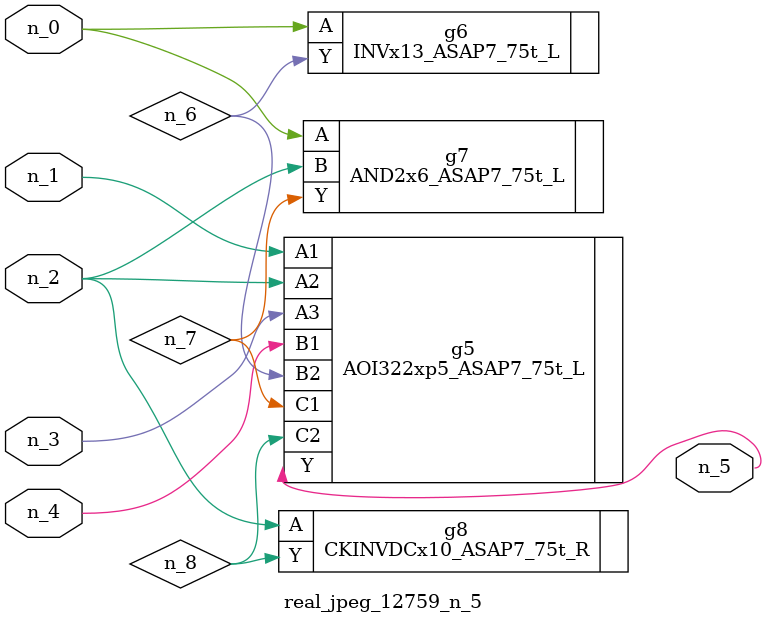
<source format=v>
module real_jpeg_12759_n_5 (n_4, n_0, n_1, n_2, n_3, n_5);

input n_4;
input n_0;
input n_1;
input n_2;
input n_3;

output n_5;

wire n_8;
wire n_6;
wire n_7;

INVx13_ASAP7_75t_L g6 ( 
.A(n_0),
.Y(n_6)
);

AND2x6_ASAP7_75t_L g7 ( 
.A(n_0),
.B(n_2),
.Y(n_7)
);

AOI322xp5_ASAP7_75t_L g5 ( 
.A1(n_1),
.A2(n_2),
.A3(n_3),
.B1(n_4),
.B2(n_6),
.C1(n_7),
.C2(n_8),
.Y(n_5)
);

CKINVDCx10_ASAP7_75t_R g8 ( 
.A(n_2),
.Y(n_8)
);


endmodule
</source>
